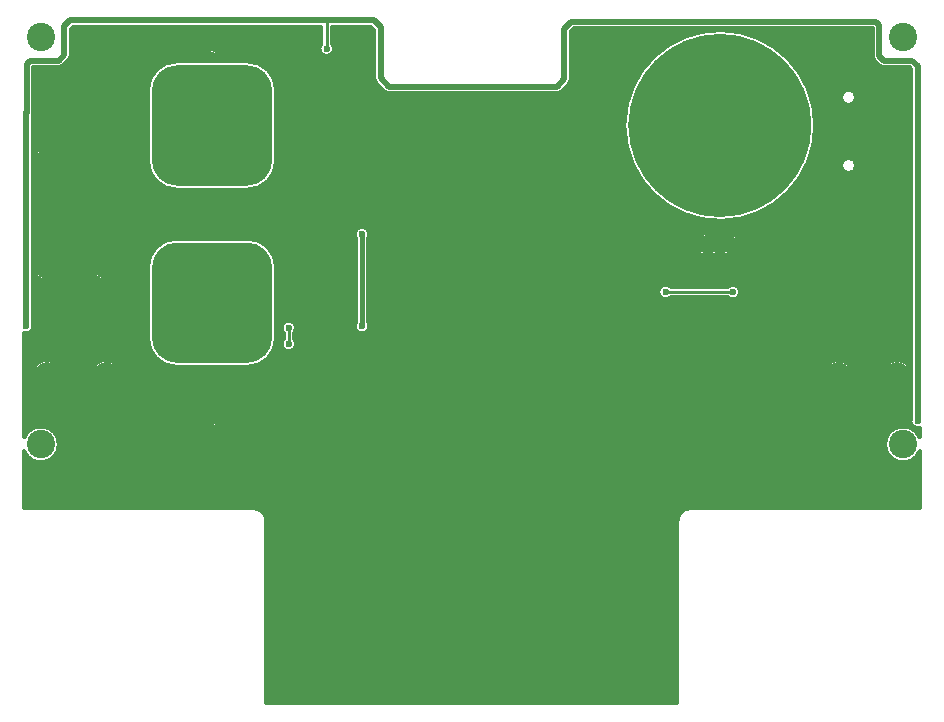
<source format=gbl>
G04 DesignSpark PCB Gerber Version 10.0 Build 5299*
G04 #@! TF.Part,Single*
G04 #@! TF.FileFunction,Copper,L2,Bot*
G04 #@! TF.FilePolarity,Positive*
%FSLAX35Y35*%
%MOMM*%
%ADD10C,0.20000*%
%ADD16C,0.25400*%
%ADD11C,0.30000*%
%ADD12C,0.38100*%
%ADD24C,0.50000*%
G04 #@! TA.AperFunction,ViaPad*
%ADD13C,0.60000*%
%ADD14C,2.00000*%
%ADD114C,2.40000*%
G04 #@! TA.AperFunction,WasherPad*
%ADD17C,2.60000*%
G04 #@! TD.AperFunction*
X0Y0D02*
D02*
D10*
X2843000Y3874720D02*
X3443000D01*
G75*
G03*
X3643000Y4074720I0J200000D01*
G01*
Y4674720D01*
G75*
G03*
X3443000Y4874720I-200000J0D01*
G01*
X2843000D01*
G75*
G03*
X2643000Y4674720I0J-200000D01*
G01*
Y4074720D01*
G75*
G03*
X2843000Y3874720I200000J0D01*
G01*
G36*
X2843000Y3874720D02*
X3443000D01*
G75*
G03*
X3643000Y4074720I0J200000D01*
G01*
Y4674720D01*
G75*
G03*
X3443000Y4874720I-200000J0D01*
G01*
X2843000D01*
G75*
G03*
X2643000Y4674720I0J-200000D01*
G01*
Y4074720D01*
G75*
G03*
X2843000Y3874720I200000J0D01*
G01*
G37*
Y5374720D02*
X3443000D01*
G75*
G03*
X3643000Y5574720I0J200000D01*
G01*
Y6174720D01*
G75*
G03*
X3443000Y6374720I-200000J0D01*
G01*
X2843000D01*
G75*
G03*
X2643000Y6174720I0J-200000D01*
G01*
Y5574720D01*
G75*
G03*
X2843000Y5374720I200000J0D01*
G01*
G36*
X2843000Y5374720D02*
X3443000D01*
G75*
G03*
X3643000Y5574720I0J200000D01*
G01*
Y6174720D01*
G75*
G03*
X3443000Y6374720I-200000J0D01*
G01*
X2843000D01*
G75*
G03*
X2643000Y6174720I0J-200000D01*
G01*
Y5574720D01*
G75*
G03*
X2843000Y5374720I200000J0D01*
G01*
G37*
D02*
D11*
X1553180Y3115810D02*
Y2635000D01*
X3493180D01*
G75*
G02*
X3603180Y2525000I0J-110000D01*
G01*
Y985000D01*
X7083180D01*
Y2525000D01*
G75*
G02*
X7193180Y2635000I110000J0D01*
G01*
X9133180D01*
Y3115810D01*
G75*
G02*
X8841180Y3175000I-140000J59190D01*
G01*
G75*
G02*
X9133180Y3234190I152000J0D01*
G01*
Y3314970D01*
G75*
G02*
X9060880Y3399440I-15310J60080D01*
G01*
Y4250660D01*
G75*
G02*
Y4299440I56990J24390D01*
G01*
Y6356690D01*
X9049570Y6368000D01*
X8833230D01*
G75*
G02*
X8792870Y6384690I-60J57010D01*
G01*
X8752870Y6424690D01*
G75*
G02*
X8736180Y6465000I40320J40300D01*
G01*
Y6698000D01*
X6206790D01*
X6180180Y6671390D01*
Y6265000D01*
G75*
G02*
X6163490Y6224690I-57000J-10D01*
G01*
X6103490Y6164690D01*
G75*
G02*
X6063130Y6148000I-40300J40320D01*
G01*
X4643230D01*
G75*
G02*
X4602870Y6164690I-60J57010D01*
G01*
X4532870Y6234690D01*
G75*
G02*
X4516180Y6275000I40320J40300D01*
G01*
Y6681390D01*
X4489570Y6708000D01*
X4157880D01*
Y6567960D01*
G75*
G02*
X4113180Y6463000I-44700J-42960D01*
G01*
G75*
G02*
X4068480Y6567960I0J62000D01*
G01*
Y6708000D01*
X1966790D01*
X1950180Y6691390D01*
Y6475000D01*
G75*
G02*
X1933490Y6434690I-57000J-10D01*
G01*
X1883490Y6384690D01*
G75*
G02*
X1843130Y6368000I-40300J40320D01*
G01*
X1630180D01*
Y5981040D01*
G75*
G02*
X1625480Y5950560I-61690J-6090D01*
G01*
Y5099340D01*
G75*
G02*
Y5050560I-56990J-24390D01*
G01*
Y4199340D01*
G75*
G02*
X1553180Y4114870I-56990J-24390D01*
G01*
Y3234190D01*
G75*
G02*
X1845180Y3175000I140000J-59190D01*
G01*
G75*
G02*
X1553180Y3115810I-152000J0D01*
G01*
X8828230Y3774950D02*
G75*
G02*
X9058130I114950J0D01*
G01*
G75*
G02*
X8828230I-114950J0D01*
G01*
Y4674950D02*
G75*
G02*
X9058130I114950J0D01*
G01*
G75*
G02*
X8828230I-114950J0D01*
G01*
X6635460Y5897630D02*
G75*
G02*
X8250700Y5875000I807460J-22630D01*
G01*
G75*
G02*
X6635460Y5852370I-807780J0D01*
G01*
G75*
G02*
Y5897630I57730J22630D01*
G01*
X7448280Y4825300D02*
G75*
G02*
X7538180I44950J0D01*
G01*
G75*
G02*
X7448280I-44950J0D01*
G01*
Y4925300D02*
G75*
G02*
X7538180I44950J0D01*
G01*
G75*
G02*
X7448280I-44950J0D01*
G01*
X7548280Y4825300D02*
G75*
G02*
X7638180I44950J0D01*
G01*
G75*
G02*
X7548280I-44950J0D01*
G01*
Y4925300D02*
G75*
G02*
X7638180I44950J0D01*
G01*
G75*
G02*
X7548280I-44950J0D01*
G01*
X7510270Y4509700D02*
G75*
G02*
X7615230Y4465000I42960J-44700D01*
G01*
G75*
G02*
X7510270Y4420300I-62000J0D01*
G01*
X7026140D01*
G75*
G02*
X6921180Y4465000I-42960J44700D01*
G01*
G75*
G02*
X7026140Y4509700I62000J0D01*
G01*
X7510270D01*
X7248280Y4825300D02*
G75*
G02*
X7338180I44950J0D01*
G01*
G75*
G02*
X7248280I-44950J0D01*
G01*
Y4925300D02*
G75*
G02*
X7338180I44950J0D01*
G01*
G75*
G02*
X7248280I-44950J0D01*
G01*
X7348280Y4825300D02*
G75*
G02*
X7438180I44950J0D01*
G01*
G75*
G02*
X7348280I-44950J0D01*
G01*
Y4925300D02*
G75*
G02*
X7438180I44950J0D01*
G01*
G75*
G02*
X7348280I-44950J0D01*
G01*
X8328230Y3774950D02*
G75*
G02*
X8558130I114950J0D01*
G01*
G75*
G02*
X8328230I-114950J0D01*
G01*
Y4674950D02*
G75*
G02*
X8558130I114950J0D01*
G01*
G75*
G02*
X8328230I-114950J0D01*
G01*
X8467930Y5535650D02*
G75*
G02*
X8596930I64500J0D01*
G01*
G75*
G02*
X8467930I-64500J0D01*
G01*
Y6113650D02*
G75*
G02*
X8596930I64500J0D01*
G01*
G75*
G02*
X8467930I-64500J0D01*
G01*
X5298230Y3075000D02*
G75*
G02*
X5388130I44950J0D01*
G01*
G75*
G02*
X5298230I-44950J0D01*
G01*
X4351180Y4955000D02*
G75*
G02*
X4475180I62000J0D01*
G01*
G75*
G02*
X4464230Y4919820I-62000J0D01*
G01*
Y4210180D01*
G75*
G02*
X4413180Y4113000I-51050J-35180D01*
G01*
G75*
G02*
X4362130Y4210180I0J62000D01*
G01*
Y4919820D01*
G75*
G02*
X4351180Y4955000I51050J35180D01*
G01*
X2128230Y3775050D02*
G75*
G02*
X2358130I114950J0D01*
G01*
G75*
G02*
X2128230I-114950J0D01*
G01*
Y4675050D02*
G75*
G02*
X2358130I114950J0D01*
G01*
G75*
G02*
X2128230I-114950J0D01*
G01*
Y5575050D02*
G75*
G02*
X2358130I114950J0D01*
G01*
G75*
G02*
X2128230I-114950J0D01*
G01*
X3443000Y4917500D02*
G75*
G02*
X3685780Y4674720I0J-242780D01*
G01*
Y4074720D01*
G75*
G02*
X3443000Y3831940I-242780J0D01*
G01*
X2843000D01*
G75*
G02*
X2600220Y4074720I0J242780D01*
G01*
Y4674720D01*
G75*
G02*
X2843000Y4917500I242780J0D01*
G01*
X3443000D01*
X3098230Y3325000D02*
G75*
G02*
X3188130I44950J0D01*
G01*
G75*
G02*
X3098230I-44950J0D01*
G01*
X3443000Y6417500D02*
G75*
G02*
X3685780Y6174720I0J-242780D01*
G01*
Y5574720D01*
G75*
G02*
X3443000Y5331940I-242780J0D01*
G01*
X2843000D01*
G75*
G02*
X2600220Y5574720I0J242780D01*
G01*
Y6174720D01*
G75*
G02*
X2843000Y6417500I242780J0D01*
G01*
X3443000D01*
X3098230Y5125000D02*
G75*
G02*
X3188130I44950J0D01*
G01*
G75*
G02*
X3098230I-44950J0D01*
G01*
Y6475000D02*
G75*
G02*
X3188130I44950J0D01*
G01*
G75*
G02*
X3098230I-44950J0D01*
G01*
X3731000Y4160700D02*
G75*
G02*
X3855000I62000J0D01*
G01*
G75*
G02*
X3837700Y4117740I-62000J0D01*
G01*
Y4067960D01*
G75*
G02*
X3793000Y3963000I-44700J-42960D01*
G01*
G75*
G02*
X3748300Y4067960I0J62000D01*
G01*
Y4117740D01*
G75*
G02*
X3731000Y4160700I44700J42960D01*
G01*
X1628230Y5575050D02*
G75*
G02*
X1858130I114950J0D01*
G01*
G75*
G02*
X1628230I-114950J0D01*
G01*
Y4675050D02*
G75*
G02*
X1858130I114950J0D01*
G01*
G75*
G02*
X1628230I-114950J0D01*
G01*
Y3775050D02*
G75*
G02*
X1858130I114950J0D01*
G01*
G75*
G02*
X1628230I-114950J0D01*
G01*
X1568180Y3075000D02*
G36*
X1568180Y3075000D02*
Y2635000D01*
X3493180D01*
G75*
G02*
X3603180Y2525000I0J-110000D01*
G01*
Y1000000D01*
X7083180D01*
Y2525000D01*
G75*
G02*
X7193180Y2635000I110000J0D01*
G01*
X9118180D01*
Y3075000D01*
X9107650D01*
G75*
G02*
X8878710I-114470J100000D01*
G01*
X5388130D01*
G75*
G02*
X5298230I-44950J0D01*
G01*
X1807650D01*
G75*
G02*
X1578710I-114470J100000D01*
G01*
X1568180D01*
G37*
Y3088520D02*
G36*
X1568180Y3088520D02*
Y3075000D01*
X1578710D01*
G75*
G02*
X1568180Y3088520I114470J100010D01*
G01*
G37*
Y3325000D02*
G36*
X1568180Y3325000D02*
Y3261480D01*
G75*
G02*
X1668600Y3325000I125000J-86480D01*
G01*
X1568180D01*
G37*
X1845180Y3175000D02*
G36*
X1845180Y3175000D02*
G75*
G02*
X1807650Y3075000I-152000J0D01*
G01*
X5298230D01*
G75*
G02*
X5388130I44950J0D01*
G01*
X8878710D01*
G75*
G02*
X8841180Y3175000I114470J100000D01*
G01*
G75*
G02*
X8968600Y3325000I152000J0D01*
G01*
X3188130D01*
G75*
G02*
X3098230I-44950J0D01*
G01*
X1717760D01*
G75*
G02*
X1845180Y3175000I-24580J-150000D01*
G01*
G37*
X9081290Y3325000D02*
G36*
X9081290Y3325000D02*
X9017760D01*
G75*
G02*
X9118180Y3261480I-24580J-150000D01*
G01*
Y3313050D01*
G75*
G02*
X9081290Y3325000I-300J61990D01*
G01*
G37*
X9107650Y3075000D02*
G36*
X9107650Y3075000D02*
X9118180D01*
Y3088520D01*
G75*
G02*
X9107650Y3075000I-125000J86490D01*
G01*
G37*
X1568180Y3774950D02*
G36*
X1568180Y3774950D02*
Y3325000D01*
X1668600D01*
G75*
G02*
X1717760I24580J-150020D01*
G01*
X3098230D01*
G75*
G02*
X3188130I44950J0D01*
G01*
X8968600D01*
G75*
G02*
X9017760I24580J-150020D01*
G01*
X9081290D01*
G75*
G02*
X9055880Y3375050I36590J50050D01*
G01*
G75*
G02*
X9060880Y3399440I61990J0D01*
G01*
Y3774950D01*
X9058130D01*
G75*
G02*
X8828230I-114950J0D01*
G01*
X8558130D01*
G75*
G02*
X8328230I-114950J0D01*
G01*
X2358130D01*
G75*
G02*
X2128230I-114950J100D01*
G01*
X1858130D01*
G75*
G02*
X1628230I-114950J100D01*
G01*
X1568180D01*
G37*
Y4092850D02*
G36*
X1568180Y4092850D02*
Y3774950D01*
X1628230D01*
G75*
G02*
Y3775050I116930J50D01*
G01*
G75*
G02*
X1858130I114950J0D01*
G01*
G75*
G02*
Y3774950I-116930J-50D01*
G01*
X2128230D01*
G75*
G02*
Y3775050I116930J50D01*
G01*
G75*
G02*
X2358130I114950J0D01*
G01*
G75*
G02*
Y3774950I-116930J-50D01*
G01*
X8328230D01*
G75*
G02*
X8558130I114950J0D01*
G01*
X8828230D01*
G75*
G02*
X9058130I114950J0D01*
G01*
X9060880D01*
Y4092850D01*
X3837700D01*
Y4067960D01*
G75*
G02*
X3855000Y4025000I-44700J-42970D01*
G01*
G75*
G02*
X3793000Y3963000I-62000J0D01*
G01*
G75*
G02*
X3731000Y4025000I0J62000D01*
G01*
G75*
G02*
X3748300Y4067960I62000J-10D01*
G01*
Y4092850D01*
X3685780D01*
Y4074720D01*
G75*
G02*
X3443000Y3831940I-242780J0D01*
G01*
X2843000D01*
G75*
G02*
X2600220Y4074720I0J242780D01*
G01*
Y4092850D01*
X1568180D01*
G37*
Y4112950D02*
G36*
X1568180Y4112950D02*
Y4092850D01*
X2600220D01*
Y4465000D01*
X1625480D01*
Y4199340D01*
G75*
G02*
X1630480Y4174950I-56990J-24390D01*
G01*
G75*
G02*
X1568180Y4112950I-62000J0D01*
G01*
G37*
X3685780Y4465000D02*
G36*
X3685780Y4465000D02*
Y4092850D01*
X3748300D01*
Y4117740D01*
G75*
G02*
X3731000Y4160700I44700J42970D01*
G01*
G75*
G02*
X3855000I62000J0D01*
G01*
G75*
G02*
X3837700Y4117740I-62000J10D01*
G01*
Y4092850D01*
X9060880D01*
Y4250660D01*
G75*
G02*
X9055880Y4275050I56990J24390D01*
G01*
G75*
G02*
X9060880Y4299440I61990J0D01*
G01*
Y4465000D01*
X7615230D01*
G75*
G02*
X7510270Y4420300I-62000J0D01*
G01*
X7026140D01*
G75*
G02*
X6921180Y4465000I-42960J44700D01*
G01*
X4464230D01*
Y4210180D01*
G75*
G02*
X4475180Y4175000I-51050J-35180D01*
G01*
G75*
G02*
X4413180Y4113000I-62000J0D01*
G01*
G75*
G02*
X4351180Y4175000I0J62000D01*
G01*
G75*
G02*
X4362130Y4210180I62000J0D01*
G01*
Y4465000D01*
X3685780D01*
G37*
X1625480Y4674950D02*
G36*
X1625480Y4674950D02*
Y4465000D01*
X2600220D01*
Y4674720D01*
G75*
G02*
Y4674950I244040J120D01*
G01*
X2358130D01*
G75*
G02*
X2128230I-114950J100D01*
G01*
X1858130D01*
G75*
G02*
X1628230I-114950J100D01*
G01*
X1625480D01*
G37*
X3685780Y4674720D02*
G36*
X3685780Y4674720D02*
Y4465000D01*
X4362130D01*
Y4674950D01*
X3685780D01*
G75*
G02*
Y4674720I-244040J-110D01*
G01*
G37*
X4464230Y4674950D02*
G36*
X4464230Y4674950D02*
Y4465000D01*
X6921180D01*
G75*
G02*
X7026140Y4509700I62000J0D01*
G01*
X7510270D01*
G75*
G02*
X7615230Y4465000I42960J-44700D01*
G01*
X9060880D01*
Y4674950D01*
X9058130D01*
G75*
G02*
X8828230I-114950J0D01*
G01*
X8558130D01*
G75*
G02*
X8328230I-114950J0D01*
G01*
X4464230D01*
G37*
X1625480Y4825300D02*
G36*
X1625480Y4825300D02*
Y4674950D01*
X1628230D01*
G75*
G02*
Y4675050I116930J50D01*
G01*
G75*
G02*
X1858130I114950J0D01*
G01*
G75*
G02*
Y4674950I-116930J-50D01*
G01*
X2128230D01*
G75*
G02*
Y4675050I116930J50D01*
G01*
G75*
G02*
X2358130I114950J0D01*
G01*
G75*
G02*
Y4674950I-116930J-50D01*
G01*
X2600220D01*
G75*
G02*
X2652560Y4825300I242790J-230D01*
G01*
X1625480D01*
G37*
X3633440D02*
G36*
X3633440Y4825300D02*
G75*
G02*
X3685780Y4674950I-190450J-150580D01*
G01*
X4362130D01*
Y4825300D01*
X3633440D01*
G37*
X4464230D02*
G36*
X4464230Y4825300D02*
Y4674950D01*
X8328230D01*
G75*
G02*
X8558130I114950J0D01*
G01*
X8828230D01*
G75*
G02*
X9058130I114950J0D01*
G01*
X9060880D01*
Y4825300D01*
X7638180D01*
G75*
G02*
X7548280I-44950J0D01*
G01*
X7538180D01*
G75*
G02*
X7448280I-44950J0D01*
G01*
X7438180D01*
G75*
G02*
X7348280I-44950J0D01*
G01*
X7338180D01*
G75*
G02*
X7248280I-44950J0D01*
G01*
X4464230D01*
G37*
X1625480Y4925300D02*
G36*
X1625480Y4925300D02*
Y4825300D01*
X2652560D01*
G75*
G02*
X2843000Y4917500I190440J-150590D01*
G01*
X3443000D01*
G75*
G02*
X3633440Y4825300I0J-242790D01*
G01*
X4362130D01*
Y4919820D01*
G75*
G02*
X4358760Y4925300I51050J35170D01*
G01*
X1625480D01*
G37*
X4464230Y4919820D02*
G36*
X4464230Y4919820D02*
Y4825300D01*
X7248280D01*
G75*
G02*
X7338180I44950J0D01*
G01*
X7348280D01*
G75*
G02*
X7438180I44950J0D01*
G01*
X7448280D01*
G75*
G02*
X7538180I44950J0D01*
G01*
X7548280D01*
G75*
G02*
X7638180I44950J0D01*
G01*
X9060880D01*
Y4925300D01*
X7638180D01*
G75*
G02*
X7548280I-44950J0D01*
G01*
X7538180D01*
G75*
G02*
X7448280I-44950J0D01*
G01*
X7438180D01*
G75*
G02*
X7348280I-44950J0D01*
G01*
X7338180D01*
G75*
G02*
X7248280I-44950J0D01*
G01*
X4467600D01*
G75*
G02*
X4464230Y4919820I-54420J29690D01*
G01*
G37*
X1625480Y5050560D02*
G36*
X1625480Y5050560D02*
Y4925300D01*
X4358760D01*
G75*
G02*
X4351180Y4955000I54410J29700D01*
G01*
G75*
G02*
X4475180I62000J0D01*
G01*
G75*
G02*
X4467600Y4925300I-61990J0D01*
G01*
X7248280D01*
G75*
G02*
X7338180I44950J0D01*
G01*
X7348280D01*
G75*
G02*
X7438180I44950J0D01*
G01*
X7448280D01*
G75*
G02*
X7538180I44950J0D01*
G01*
X7548280D01*
G75*
G02*
X7638180I44950J0D01*
G01*
X9060880D01*
Y5125000D01*
X7742910D01*
G75*
G02*
X7142930I-299990J750030D01*
G01*
X3188130D01*
G75*
G02*
X3098230I-44950J0D01*
G01*
X1625480D01*
Y5099340D01*
G75*
G02*
X1630480Y5074950I-56990J-24390D01*
G01*
G75*
G02*
X1625480Y5050560I-61990J0D01*
G01*
G37*
Y5535650D02*
G36*
X1625480Y5535650D02*
Y5125000D01*
X3098230D01*
G75*
G02*
X3188130I44950J0D01*
G01*
X7142930D01*
G75*
G02*
X6709890Y5535650I300000J750010D01*
G01*
X3682610D01*
G75*
G02*
X3443000Y5331940I-239620J39070D01*
G01*
X2843000D01*
G75*
G02*
X2603390Y5535650I10J242780D01*
G01*
X2351170D01*
G75*
G02*
X2135190I-107990J39400D01*
G01*
X1851170D01*
G75*
G02*
X1635190I-107990J39400D01*
G01*
X1625480D01*
G37*
X8175960D02*
G36*
X8175960Y5535650D02*
G75*
G02*
X7742910Y5125000I-733050J339370D01*
G01*
X9060880D01*
Y5535650D01*
X8596930D01*
G75*
G02*
X8467930I-64500J0D01*
G01*
X8175960D01*
G37*
X1625480Y5875000D02*
G36*
X1625480Y5875000D02*
Y5535650D01*
X1635190D01*
G75*
G02*
X1628230Y5575050I107990J39390D01*
G01*
G75*
G02*
X1858130I114950J0D01*
G01*
G75*
G02*
X1851170Y5535650I-114950J-10D01*
G01*
X2135190D01*
G75*
G02*
X2128230Y5575050I107990J39390D01*
G01*
G75*
G02*
X2358130I114950J0D01*
G01*
G75*
G02*
X2351170Y5535650I-114950J-10D01*
G01*
X2603390D01*
G75*
G02*
X2600220Y5574720I239630J39110D01*
G01*
Y5875000D01*
X1625480D01*
G37*
X3685780Y5574720D02*
G36*
X3685780Y5574720D02*
G75*
G02*
X3682610Y5535650I-242800J40D01*
G01*
X6709890D01*
G75*
G02*
X6635460Y5852370I733060J339380D01*
G01*
G75*
G02*
X6631180Y5875000I57690J22630D01*
G01*
X3685780D01*
Y5574720D01*
G37*
X8250700Y5875000D02*
G36*
X8250700Y5875000D02*
G75*
G02*
X8175960Y5535650I-807780J0D01*
G01*
X8467930D01*
G75*
G02*
X8596930I64500J0D01*
G01*
X9060880D01*
Y5875000D01*
X8250700D01*
G37*
X1625480Y5950560D02*
G36*
X1625480Y5950560D02*
Y5875000D01*
X2600220D01*
Y6113650D01*
X1630180D01*
Y5981040D01*
G75*
G02*
X1630480Y5974930I-61530J-6080D01*
G01*
G75*
G02*
X1625480Y5950560I-61850J-10D01*
G01*
G37*
X3685780Y6113650D02*
G36*
X3685780Y6113650D02*
Y5875000D01*
X6631180D01*
G75*
G02*
X6635460Y5897630I61970J0D01*
G01*
G75*
G02*
X6671200Y6113650I807490J-22630D01*
G01*
X3685780D01*
G37*
X8214640D02*
G36*
X8214640Y6113650D02*
G75*
G02*
X8250700Y5875000I-771760J-238660D01*
G01*
X9060880D01*
Y6113650D01*
X8596930D01*
G75*
G02*
X8467930I-64500J0D01*
G01*
X8214640D01*
G37*
X1630180Y6368000D02*
G36*
X1630180Y6368000D02*
Y6113650D01*
X2600220D01*
Y6174720D01*
G75*
G02*
X2843000Y6417500I242780J0D01*
G01*
X3443000D01*
G75*
G02*
X3685780Y6174720I0J-242780D01*
G01*
Y6113650D01*
X6671200D01*
G75*
G02*
X6902090Y6475000I771740J-238670D01*
G01*
X6180180D01*
Y6265000D01*
G75*
G02*
X6163490Y6224690I-57070J20D01*
G01*
X6103490Y6164690D01*
G75*
G02*
X6063130Y6148000I-40320J40360D01*
G01*
X4643230D01*
G75*
G02*
X4602870Y6164690I-40J57050D01*
G01*
X4532870Y6234690D01*
G75*
G02*
X4516180Y6275000I40380J40330D01*
G01*
Y6475000D01*
X4149840D01*
G75*
G02*
X4113180Y6463000I-36660J50010D01*
G01*
G75*
G02*
X4076520Y6475000I0J62010D01*
G01*
X3188130D01*
G75*
G02*
X3098230I-44950J0D01*
G01*
X1950180D01*
G75*
G02*
X1933490Y6434690I-57070J20D01*
G01*
X1883490Y6384690D01*
G75*
G02*
X1843130Y6368000I-40320J40360D01*
G01*
X1630180D01*
G37*
X7983750Y6475000D02*
G36*
X7983750Y6475000D02*
G75*
G02*
X8214640Y6113650I-540850J-600020D01*
G01*
X8467930D01*
G75*
G02*
X8596930I64500J0D01*
G01*
X9060880D01*
Y6356690D01*
X9049570Y6368000D01*
X8833230D01*
G75*
G02*
X8792870Y6384690I-40J57050D01*
G01*
X8752870Y6424690D01*
G75*
G02*
X8736180Y6465000I40380J40330D01*
G01*
Y6475000D01*
X7983750D01*
G37*
X1950180Y6691390D02*
G36*
X1950180Y6691390D02*
Y6475000D01*
X3098230D01*
G75*
G02*
X3188130I44950J0D01*
G01*
X4076520D01*
G75*
G02*
X4051180Y6525000I36660J50000D01*
G01*
G75*
G02*
X4068480Y6567960I62000J-10D01*
G01*
Y6693000D01*
X1951790D01*
X1950180Y6691390D01*
G37*
X4157880Y6693000D02*
G36*
X4157880Y6693000D02*
Y6567960D01*
G75*
G02*
X4175180Y6525000I-44700J-42970D01*
G01*
G75*
G02*
X4149840Y6475000I-62000J0D01*
G01*
X4516180D01*
Y6681390D01*
X4504570Y6693000D01*
X4157880D01*
G37*
X6180180Y6671390D02*
G36*
X6180180Y6671390D02*
Y6475000D01*
X6902090D01*
G75*
G02*
X7983750I540830J-600020D01*
G01*
X8736180D01*
Y6693000D01*
X6201790D01*
X6180180Y6671390D01*
G37*
D02*
D12*
X2243180Y4675050D02*
Y3775050D01*
Y5125000D02*
Y4675050D01*
Y5575050D02*
Y5125000D01*
X3143180Y3325000D02*
Y3135000D01*
X3203180Y3075000D01*
X5343180D01*
X3143180Y3325000D02*
X2293180D01*
X2233180Y3385000D01*
Y3765050D01*
X2243180Y3775050D01*
X3143180Y4375020D02*
X3456000D01*
X3143180Y5875020D02*
X3556000D01*
X3143180Y6475000D02*
X2333180D01*
X2243180Y6385000D01*
Y5575050D01*
X4413180Y4955000D02*
Y4175000D01*
X5343180Y3075000D02*
X7433180D01*
X7443180Y3065000D01*
Y3775000D01*
X7293230Y4925300D02*
X7393230D01*
Y4825300D02*
X7293230D01*
X7393230Y4925300D02*
Y4825300D01*
X7443180Y3775000D02*
X8403230D01*
X8403280Y3774950D01*
X8443180D01*
X7493230Y4825300D02*
X7443230D01*
X7443180Y4825250D01*
Y4635000D01*
X7503180Y4575000D01*
X7603180D01*
X7643180Y4535000D01*
Y4395000D01*
X7583180Y4335000D01*
X7443180D01*
Y3775000D01*
X7493230Y4925300D02*
Y4825300D01*
X7545920Y6371000D02*
X7467130D01*
Y6028950D01*
X7443180Y5875000D01*
X7593230Y4825300D02*
X7493230D01*
X8443180Y4674950D02*
Y3774950D01*
D02*
D13*
X1568480Y4174950D03*
Y5074950D03*
Y5974950D03*
X3143180Y3325000D03*
Y4375020D03*
Y5125000D03*
Y5875020D03*
Y6475000D03*
X3793000Y4025000D03*
Y4160700D03*
X4113180Y6525000D03*
X4413180Y4175000D03*
Y4955000D03*
X5343180Y3075000D03*
X6693180Y5875000D03*
X6983180Y4465000D03*
X7293230Y4825300D03*
Y4925300D03*
X7393230Y4825300D03*
Y4925300D03*
X7493230Y4825300D03*
Y4925300D03*
X7553230Y4465000D03*
X7593230Y4825300D03*
Y4925300D03*
X9117880Y3375050D03*
Y4275050D03*
D02*
D14*
X1743180Y3775050D03*
Y4675050D03*
Y5575050D03*
X2243180Y3775050D03*
Y4675050D03*
Y5575050D03*
X8443180Y3774950D03*
Y4674950D03*
X8943180Y3774950D03*
Y4674950D03*
D02*
D16*
X3793000Y4160700D02*
Y4025000D01*
X4113180Y6525000D02*
Y6765000D01*
X7553230Y4465000D02*
X6983180D01*
D02*
D17*
X7443180Y5875000D03*
D02*
D24*
X1568480Y5074950D02*
Y4174950D01*
Y5974950D02*
Y5074950D01*
X3143180Y5125000D02*
X2243180D01*
X4113180Y6765000D02*
X1943180D01*
X1893180Y6715000D01*
Y6475000D01*
X1843180Y6425000D01*
X1603180D01*
X1573180Y6395000D01*
Y5979650D01*
X1568480Y5974950D01*
X7442920Y6625000D02*
G75*
G03*
Y5125000I0J-750000D01*
G01*
G75*
G03*
Y6625000I0J750000D01*
G01*
G36*
X7442920Y6625000D02*
G75*
G03*
Y5125000I0J-750000D01*
G01*
G75*
G03*
Y6625000I0J750000D01*
G01*
G37*
X9117880Y4275050D02*
Y6380300D01*
X9073180Y6425000D01*
X8833180D01*
X8793180Y6465000D01*
Y6725000D01*
X8763180Y6755000D01*
X6183180D01*
X6123180Y6695000D01*
Y6265000D01*
X6063180Y6205000D01*
X4643180D01*
X4573180Y6275000D01*
Y6705000D01*
X4513180Y6765000D01*
X4113180D01*
X9117880Y4275050D02*
Y3375050D01*
D02*
D114*
X1693180Y3175000D03*
Y6625000D03*
X8993180Y3175000D03*
Y6625000D03*
X0Y0D02*
M02*

</source>
